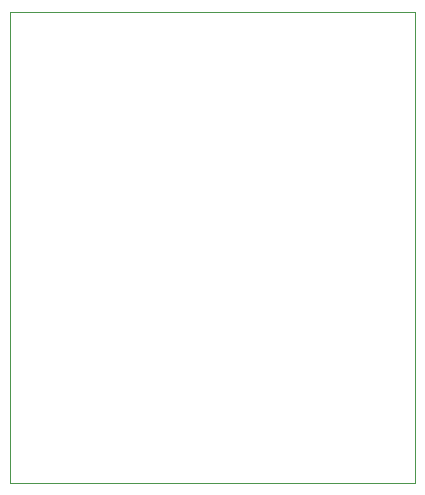
<source format=gbr>
%TF.GenerationSoftware,KiCad,Pcbnew,(5.1.6)-1*%
%TF.CreationDate,2021-04-01T07:08:55+01:00*%
%TF.ProjectId,xbeesxadapter,78626565-7378-4616-9461-707465722e6b,rev?*%
%TF.SameCoordinates,Original*%
%TF.FileFunction,Profile,NP*%
%FSLAX46Y46*%
G04 Gerber Fmt 4.6, Leading zero omitted, Abs format (unit mm)*
G04 Created by KiCad (PCBNEW (5.1.6)-1) date 2021-04-01 07:08:55*
%MOMM*%
%LPD*%
G01*
G04 APERTURE LIST*
%TA.AperFunction,Profile*%
%ADD10C,0.050000*%
%TD*%
G04 APERTURE END LIST*
D10*
X131570000Y-47000000D02*
X165830000Y-47000000D01*
X131570000Y-86910000D02*
X131570000Y-47000000D01*
X165830000Y-86910000D02*
X131570000Y-86910000D01*
X165830000Y-47000000D02*
X165830000Y-86910000D01*
M02*

</source>
